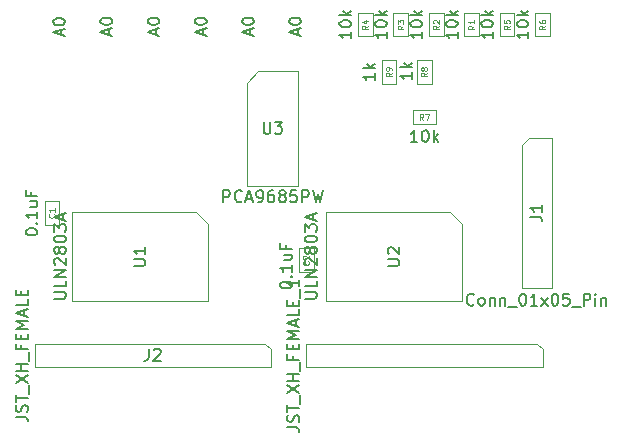
<source format=gbr>
%TF.GenerationSoftware,KiCad,Pcbnew,8.0.4*%
%TF.CreationDate,2024-10-01T16:46:40-05:00*%
%TF.ProjectId,Haptics PWM module,48617074-6963-4732-9050-574d206d6f64,rev?*%
%TF.SameCoordinates,Original*%
%TF.FileFunction,AssemblyDrawing,Bot*%
%FSLAX46Y46*%
G04 Gerber Fmt 4.6, Leading zero omitted, Abs format (unit mm)*
G04 Created by KiCad (PCBNEW 8.0.4) date 2024-10-01 16:46:40*
%MOMM*%
%LPD*%
G01*
G04 APERTURE LIST*
%ADD10C,0.150000*%
%ADD11C,0.080000*%
%ADD12C,0.100000*%
G04 APERTURE END LIST*
D10*
X83154819Y-140197618D02*
X83964342Y-140197618D01*
X83964342Y-140197618D02*
X84059580Y-140149999D01*
X84059580Y-140149999D02*
X84107200Y-140102380D01*
X84107200Y-140102380D02*
X84154819Y-140007142D01*
X84154819Y-140007142D02*
X84154819Y-139816666D01*
X84154819Y-139816666D02*
X84107200Y-139721428D01*
X84107200Y-139721428D02*
X84059580Y-139673809D01*
X84059580Y-139673809D02*
X83964342Y-139626190D01*
X83964342Y-139626190D02*
X83154819Y-139626190D01*
X84154819Y-138673809D02*
X84154819Y-139149999D01*
X84154819Y-139149999D02*
X83154819Y-139149999D01*
X84154819Y-138340475D02*
X83154819Y-138340475D01*
X83154819Y-138340475D02*
X84154819Y-137769047D01*
X84154819Y-137769047D02*
X83154819Y-137769047D01*
X83250057Y-137340475D02*
X83202438Y-137292856D01*
X83202438Y-137292856D02*
X83154819Y-137197618D01*
X83154819Y-137197618D02*
X83154819Y-136959523D01*
X83154819Y-136959523D02*
X83202438Y-136864285D01*
X83202438Y-136864285D02*
X83250057Y-136816666D01*
X83250057Y-136816666D02*
X83345295Y-136769047D01*
X83345295Y-136769047D02*
X83440533Y-136769047D01*
X83440533Y-136769047D02*
X83583390Y-136816666D01*
X83583390Y-136816666D02*
X84154819Y-137388094D01*
X84154819Y-137388094D02*
X84154819Y-136769047D01*
X83583390Y-136197618D02*
X83535771Y-136292856D01*
X83535771Y-136292856D02*
X83488152Y-136340475D01*
X83488152Y-136340475D02*
X83392914Y-136388094D01*
X83392914Y-136388094D02*
X83345295Y-136388094D01*
X83345295Y-136388094D02*
X83250057Y-136340475D01*
X83250057Y-136340475D02*
X83202438Y-136292856D01*
X83202438Y-136292856D02*
X83154819Y-136197618D01*
X83154819Y-136197618D02*
X83154819Y-136007142D01*
X83154819Y-136007142D02*
X83202438Y-135911904D01*
X83202438Y-135911904D02*
X83250057Y-135864285D01*
X83250057Y-135864285D02*
X83345295Y-135816666D01*
X83345295Y-135816666D02*
X83392914Y-135816666D01*
X83392914Y-135816666D02*
X83488152Y-135864285D01*
X83488152Y-135864285D02*
X83535771Y-135911904D01*
X83535771Y-135911904D02*
X83583390Y-136007142D01*
X83583390Y-136007142D02*
X83583390Y-136197618D01*
X83583390Y-136197618D02*
X83631009Y-136292856D01*
X83631009Y-136292856D02*
X83678628Y-136340475D01*
X83678628Y-136340475D02*
X83773866Y-136388094D01*
X83773866Y-136388094D02*
X83964342Y-136388094D01*
X83964342Y-136388094D02*
X84059580Y-136340475D01*
X84059580Y-136340475D02*
X84107200Y-136292856D01*
X84107200Y-136292856D02*
X84154819Y-136197618D01*
X84154819Y-136197618D02*
X84154819Y-136007142D01*
X84154819Y-136007142D02*
X84107200Y-135911904D01*
X84107200Y-135911904D02*
X84059580Y-135864285D01*
X84059580Y-135864285D02*
X83964342Y-135816666D01*
X83964342Y-135816666D02*
X83773866Y-135816666D01*
X83773866Y-135816666D02*
X83678628Y-135864285D01*
X83678628Y-135864285D02*
X83631009Y-135911904D01*
X83631009Y-135911904D02*
X83583390Y-136007142D01*
X83154819Y-135197618D02*
X83154819Y-135102380D01*
X83154819Y-135102380D02*
X83202438Y-135007142D01*
X83202438Y-135007142D02*
X83250057Y-134959523D01*
X83250057Y-134959523D02*
X83345295Y-134911904D01*
X83345295Y-134911904D02*
X83535771Y-134864285D01*
X83535771Y-134864285D02*
X83773866Y-134864285D01*
X83773866Y-134864285D02*
X83964342Y-134911904D01*
X83964342Y-134911904D02*
X84059580Y-134959523D01*
X84059580Y-134959523D02*
X84107200Y-135007142D01*
X84107200Y-135007142D02*
X84154819Y-135102380D01*
X84154819Y-135102380D02*
X84154819Y-135197618D01*
X84154819Y-135197618D02*
X84107200Y-135292856D01*
X84107200Y-135292856D02*
X84059580Y-135340475D01*
X84059580Y-135340475D02*
X83964342Y-135388094D01*
X83964342Y-135388094D02*
X83773866Y-135435713D01*
X83773866Y-135435713D02*
X83535771Y-135435713D01*
X83535771Y-135435713D02*
X83345295Y-135388094D01*
X83345295Y-135388094D02*
X83250057Y-135340475D01*
X83250057Y-135340475D02*
X83202438Y-135292856D01*
X83202438Y-135292856D02*
X83154819Y-135197618D01*
X83154819Y-134530951D02*
X83154819Y-133911904D01*
X83154819Y-133911904D02*
X83535771Y-134245237D01*
X83535771Y-134245237D02*
X83535771Y-134102380D01*
X83535771Y-134102380D02*
X83583390Y-134007142D01*
X83583390Y-134007142D02*
X83631009Y-133959523D01*
X83631009Y-133959523D02*
X83726247Y-133911904D01*
X83726247Y-133911904D02*
X83964342Y-133911904D01*
X83964342Y-133911904D02*
X84059580Y-133959523D01*
X84059580Y-133959523D02*
X84107200Y-134007142D01*
X84107200Y-134007142D02*
X84154819Y-134102380D01*
X84154819Y-134102380D02*
X84154819Y-134388094D01*
X84154819Y-134388094D02*
X84107200Y-134483332D01*
X84107200Y-134483332D02*
X84059580Y-134530951D01*
X83869104Y-133530951D02*
X83869104Y-133054761D01*
X84154819Y-133626189D02*
X83154819Y-133292856D01*
X83154819Y-133292856D02*
X84154819Y-132959523D01*
X89874819Y-137411904D02*
X90684342Y-137411904D01*
X90684342Y-137411904D02*
X90779580Y-137364285D01*
X90779580Y-137364285D02*
X90827200Y-137316666D01*
X90827200Y-137316666D02*
X90874819Y-137221428D01*
X90874819Y-137221428D02*
X90874819Y-137030952D01*
X90874819Y-137030952D02*
X90827200Y-136935714D01*
X90827200Y-136935714D02*
X90779580Y-136888095D01*
X90779580Y-136888095D02*
X90684342Y-136840476D01*
X90684342Y-136840476D02*
X89874819Y-136840476D01*
X90874819Y-135840476D02*
X90874819Y-136411904D01*
X90874819Y-136126190D02*
X89874819Y-136126190D01*
X89874819Y-136126190D02*
X90017676Y-136221428D01*
X90017676Y-136221428D02*
X90112914Y-136316666D01*
X90112914Y-136316666D02*
X90160533Y-136411904D01*
X110304819Y-121119047D02*
X110304819Y-121690475D01*
X110304819Y-121404761D02*
X109304819Y-121404761D01*
X109304819Y-121404761D02*
X109447676Y-121499999D01*
X109447676Y-121499999D02*
X109542914Y-121595237D01*
X109542914Y-121595237D02*
X109590533Y-121690475D01*
X110304819Y-120690475D02*
X109304819Y-120690475D01*
X109923866Y-120595237D02*
X110304819Y-120309523D01*
X109638152Y-120309523D02*
X110019104Y-120690475D01*
D11*
X111727149Y-121083333D02*
X111489054Y-121249999D01*
X111727149Y-121369047D02*
X111227149Y-121369047D01*
X111227149Y-121369047D02*
X111227149Y-121178571D01*
X111227149Y-121178571D02*
X111250959Y-121130952D01*
X111250959Y-121130952D02*
X111274768Y-121107142D01*
X111274768Y-121107142D02*
X111322387Y-121083333D01*
X111322387Y-121083333D02*
X111393816Y-121083333D01*
X111393816Y-121083333D02*
X111441435Y-121107142D01*
X111441435Y-121107142D02*
X111465244Y-121130952D01*
X111465244Y-121130952D02*
X111489054Y-121178571D01*
X111489054Y-121178571D02*
X111489054Y-121369047D01*
X111727149Y-120845237D02*
X111727149Y-120749999D01*
X111727149Y-120749999D02*
X111703340Y-120702380D01*
X111703340Y-120702380D02*
X111679530Y-120678571D01*
X111679530Y-120678571D02*
X111608101Y-120630952D01*
X111608101Y-120630952D02*
X111512863Y-120607142D01*
X111512863Y-120607142D02*
X111322387Y-120607142D01*
X111322387Y-120607142D02*
X111274768Y-120630952D01*
X111274768Y-120630952D02*
X111250959Y-120654761D01*
X111250959Y-120654761D02*
X111227149Y-120702380D01*
X111227149Y-120702380D02*
X111227149Y-120797618D01*
X111227149Y-120797618D02*
X111250959Y-120845237D01*
X111250959Y-120845237D02*
X111274768Y-120869047D01*
X111274768Y-120869047D02*
X111322387Y-120892856D01*
X111322387Y-120892856D02*
X111441435Y-120892856D01*
X111441435Y-120892856D02*
X111489054Y-120869047D01*
X111489054Y-120869047D02*
X111512863Y-120845237D01*
X111512863Y-120845237D02*
X111536673Y-120797618D01*
X111536673Y-120797618D02*
X111536673Y-120702380D01*
X111536673Y-120702380D02*
X111512863Y-120654761D01*
X111512863Y-120654761D02*
X111489054Y-120630952D01*
X111489054Y-120630952D02*
X111441435Y-120607142D01*
D10*
X102894819Y-151071429D02*
X103609104Y-151071429D01*
X103609104Y-151071429D02*
X103751961Y-151119048D01*
X103751961Y-151119048D02*
X103847200Y-151214286D01*
X103847200Y-151214286D02*
X103894819Y-151357143D01*
X103894819Y-151357143D02*
X103894819Y-151452381D01*
X103847200Y-150642857D02*
X103894819Y-150500000D01*
X103894819Y-150500000D02*
X103894819Y-150261905D01*
X103894819Y-150261905D02*
X103847200Y-150166667D01*
X103847200Y-150166667D02*
X103799580Y-150119048D01*
X103799580Y-150119048D02*
X103704342Y-150071429D01*
X103704342Y-150071429D02*
X103609104Y-150071429D01*
X103609104Y-150071429D02*
X103513866Y-150119048D01*
X103513866Y-150119048D02*
X103466247Y-150166667D01*
X103466247Y-150166667D02*
X103418628Y-150261905D01*
X103418628Y-150261905D02*
X103371009Y-150452381D01*
X103371009Y-150452381D02*
X103323390Y-150547619D01*
X103323390Y-150547619D02*
X103275771Y-150595238D01*
X103275771Y-150595238D02*
X103180533Y-150642857D01*
X103180533Y-150642857D02*
X103085295Y-150642857D01*
X103085295Y-150642857D02*
X102990057Y-150595238D01*
X102990057Y-150595238D02*
X102942438Y-150547619D01*
X102942438Y-150547619D02*
X102894819Y-150452381D01*
X102894819Y-150452381D02*
X102894819Y-150214286D01*
X102894819Y-150214286D02*
X102942438Y-150071429D01*
X102894819Y-149785714D02*
X102894819Y-149214286D01*
X103894819Y-149500000D02*
X102894819Y-149500000D01*
X103990057Y-149119048D02*
X103990057Y-148357143D01*
X102894819Y-148214285D02*
X103894819Y-147547619D01*
X102894819Y-147547619D02*
X103894819Y-148214285D01*
X103894819Y-147166666D02*
X102894819Y-147166666D01*
X103371009Y-147166666D02*
X103371009Y-146595238D01*
X103894819Y-146595238D02*
X102894819Y-146595238D01*
X103990057Y-146357143D02*
X103990057Y-145595238D01*
X103371009Y-145023809D02*
X103371009Y-145357142D01*
X103894819Y-145357142D02*
X102894819Y-145357142D01*
X102894819Y-145357142D02*
X102894819Y-144880952D01*
X103371009Y-144499999D02*
X103371009Y-144166666D01*
X103894819Y-144023809D02*
X103894819Y-144499999D01*
X103894819Y-144499999D02*
X102894819Y-144499999D01*
X102894819Y-144499999D02*
X102894819Y-144023809D01*
X103894819Y-143595237D02*
X102894819Y-143595237D01*
X102894819Y-143595237D02*
X103609104Y-143261904D01*
X103609104Y-143261904D02*
X102894819Y-142928571D01*
X102894819Y-142928571D02*
X103894819Y-142928571D01*
X103609104Y-142499999D02*
X103609104Y-142023809D01*
X103894819Y-142595237D02*
X102894819Y-142261904D01*
X102894819Y-142261904D02*
X103894819Y-141928571D01*
X103894819Y-141119047D02*
X103894819Y-141595237D01*
X103894819Y-141595237D02*
X102894819Y-141595237D01*
X103371009Y-140785713D02*
X103371009Y-140452380D01*
X103894819Y-140309523D02*
X103894819Y-140785713D01*
X103894819Y-140785713D02*
X102894819Y-140785713D01*
X102894819Y-140785713D02*
X102894819Y-140309523D01*
X103990057Y-140119047D02*
X103990057Y-139357142D01*
X103894819Y-138595237D02*
X103894819Y-139166665D01*
X103894819Y-138880951D02*
X102894819Y-138880951D01*
X102894819Y-138880951D02*
X103037676Y-138976189D01*
X103037676Y-138976189D02*
X103132914Y-139071427D01*
X103132914Y-139071427D02*
X103180533Y-139166665D01*
X120304819Y-117595238D02*
X120304819Y-118166666D01*
X120304819Y-117880952D02*
X119304819Y-117880952D01*
X119304819Y-117880952D02*
X119447676Y-117976190D01*
X119447676Y-117976190D02*
X119542914Y-118071428D01*
X119542914Y-118071428D02*
X119590533Y-118166666D01*
X119304819Y-116976190D02*
X119304819Y-116880952D01*
X119304819Y-116880952D02*
X119352438Y-116785714D01*
X119352438Y-116785714D02*
X119400057Y-116738095D01*
X119400057Y-116738095D02*
X119495295Y-116690476D01*
X119495295Y-116690476D02*
X119685771Y-116642857D01*
X119685771Y-116642857D02*
X119923866Y-116642857D01*
X119923866Y-116642857D02*
X120114342Y-116690476D01*
X120114342Y-116690476D02*
X120209580Y-116738095D01*
X120209580Y-116738095D02*
X120257200Y-116785714D01*
X120257200Y-116785714D02*
X120304819Y-116880952D01*
X120304819Y-116880952D02*
X120304819Y-116976190D01*
X120304819Y-116976190D02*
X120257200Y-117071428D01*
X120257200Y-117071428D02*
X120209580Y-117119047D01*
X120209580Y-117119047D02*
X120114342Y-117166666D01*
X120114342Y-117166666D02*
X119923866Y-117214285D01*
X119923866Y-117214285D02*
X119685771Y-117214285D01*
X119685771Y-117214285D02*
X119495295Y-117166666D01*
X119495295Y-117166666D02*
X119400057Y-117119047D01*
X119400057Y-117119047D02*
X119352438Y-117071428D01*
X119352438Y-117071428D02*
X119304819Y-116976190D01*
X120304819Y-116214285D02*
X119304819Y-116214285D01*
X119923866Y-116119047D02*
X120304819Y-115833333D01*
X119638152Y-115833333D02*
X120019104Y-116214285D01*
D11*
X121727149Y-117083333D02*
X121489054Y-117249999D01*
X121727149Y-117369047D02*
X121227149Y-117369047D01*
X121227149Y-117369047D02*
X121227149Y-117178571D01*
X121227149Y-117178571D02*
X121250959Y-117130952D01*
X121250959Y-117130952D02*
X121274768Y-117107142D01*
X121274768Y-117107142D02*
X121322387Y-117083333D01*
X121322387Y-117083333D02*
X121393816Y-117083333D01*
X121393816Y-117083333D02*
X121441435Y-117107142D01*
X121441435Y-117107142D02*
X121465244Y-117130952D01*
X121465244Y-117130952D02*
X121489054Y-117178571D01*
X121489054Y-117178571D02*
X121489054Y-117369047D01*
X121227149Y-116630952D02*
X121227149Y-116869047D01*
X121227149Y-116869047D02*
X121465244Y-116892856D01*
X121465244Y-116892856D02*
X121441435Y-116869047D01*
X121441435Y-116869047D02*
X121417625Y-116821428D01*
X121417625Y-116821428D02*
X121417625Y-116702380D01*
X121417625Y-116702380D02*
X121441435Y-116654761D01*
X121441435Y-116654761D02*
X121465244Y-116630952D01*
X121465244Y-116630952D02*
X121512863Y-116607142D01*
X121512863Y-116607142D02*
X121631911Y-116607142D01*
X121631911Y-116607142D02*
X121679530Y-116630952D01*
X121679530Y-116630952D02*
X121703340Y-116654761D01*
X121703340Y-116654761D02*
X121727149Y-116702380D01*
X121727149Y-116702380D02*
X121727149Y-116821428D01*
X121727149Y-116821428D02*
X121703340Y-116869047D01*
X121703340Y-116869047D02*
X121679530Y-116892856D01*
D10*
X95769104Y-117851785D02*
X95769104Y-117375595D01*
X96054819Y-117947023D02*
X95054819Y-117613690D01*
X95054819Y-117613690D02*
X96054819Y-117280357D01*
X95054819Y-116756547D02*
X95054819Y-116661309D01*
X95054819Y-116661309D02*
X95102438Y-116566071D01*
X95102438Y-116566071D02*
X95150057Y-116518452D01*
X95150057Y-116518452D02*
X95245295Y-116470833D01*
X95245295Y-116470833D02*
X95435771Y-116423214D01*
X95435771Y-116423214D02*
X95673866Y-116423214D01*
X95673866Y-116423214D02*
X95864342Y-116470833D01*
X95864342Y-116470833D02*
X95959580Y-116518452D01*
X95959580Y-116518452D02*
X96007200Y-116566071D01*
X96007200Y-116566071D02*
X96054819Y-116661309D01*
X96054819Y-116661309D02*
X96054819Y-116756547D01*
X96054819Y-116756547D02*
X96007200Y-116851785D01*
X96007200Y-116851785D02*
X95959580Y-116899404D01*
X95959580Y-116899404D02*
X95864342Y-116947023D01*
X95864342Y-116947023D02*
X95673866Y-116994642D01*
X95673866Y-116994642D02*
X95435771Y-116994642D01*
X95435771Y-116994642D02*
X95245295Y-116947023D01*
X95245295Y-116947023D02*
X95150057Y-116899404D01*
X95150057Y-116899404D02*
X95102438Y-116851785D01*
X95102438Y-116851785D02*
X95054819Y-116756547D01*
X103769104Y-117851785D02*
X103769104Y-117375595D01*
X104054819Y-117947023D02*
X103054819Y-117613690D01*
X103054819Y-117613690D02*
X104054819Y-117280357D01*
X103054819Y-116756547D02*
X103054819Y-116661309D01*
X103054819Y-116661309D02*
X103102438Y-116566071D01*
X103102438Y-116566071D02*
X103150057Y-116518452D01*
X103150057Y-116518452D02*
X103245295Y-116470833D01*
X103245295Y-116470833D02*
X103435771Y-116423214D01*
X103435771Y-116423214D02*
X103673866Y-116423214D01*
X103673866Y-116423214D02*
X103864342Y-116470833D01*
X103864342Y-116470833D02*
X103959580Y-116518452D01*
X103959580Y-116518452D02*
X104007200Y-116566071D01*
X104007200Y-116566071D02*
X104054819Y-116661309D01*
X104054819Y-116661309D02*
X104054819Y-116756547D01*
X104054819Y-116756547D02*
X104007200Y-116851785D01*
X104007200Y-116851785D02*
X103959580Y-116899404D01*
X103959580Y-116899404D02*
X103864342Y-116947023D01*
X103864342Y-116947023D02*
X103673866Y-116994642D01*
X103673866Y-116994642D02*
X103435771Y-116994642D01*
X103435771Y-116994642D02*
X103245295Y-116947023D01*
X103245295Y-116947023D02*
X103150057Y-116899404D01*
X103150057Y-116899404D02*
X103102438Y-116851785D01*
X103102438Y-116851785D02*
X103054819Y-116756547D01*
X108304819Y-117595238D02*
X108304819Y-118166666D01*
X108304819Y-117880952D02*
X107304819Y-117880952D01*
X107304819Y-117880952D02*
X107447676Y-117976190D01*
X107447676Y-117976190D02*
X107542914Y-118071428D01*
X107542914Y-118071428D02*
X107590533Y-118166666D01*
X107304819Y-116976190D02*
X107304819Y-116880952D01*
X107304819Y-116880952D02*
X107352438Y-116785714D01*
X107352438Y-116785714D02*
X107400057Y-116738095D01*
X107400057Y-116738095D02*
X107495295Y-116690476D01*
X107495295Y-116690476D02*
X107685771Y-116642857D01*
X107685771Y-116642857D02*
X107923866Y-116642857D01*
X107923866Y-116642857D02*
X108114342Y-116690476D01*
X108114342Y-116690476D02*
X108209580Y-116738095D01*
X108209580Y-116738095D02*
X108257200Y-116785714D01*
X108257200Y-116785714D02*
X108304819Y-116880952D01*
X108304819Y-116880952D02*
X108304819Y-116976190D01*
X108304819Y-116976190D02*
X108257200Y-117071428D01*
X108257200Y-117071428D02*
X108209580Y-117119047D01*
X108209580Y-117119047D02*
X108114342Y-117166666D01*
X108114342Y-117166666D02*
X107923866Y-117214285D01*
X107923866Y-117214285D02*
X107685771Y-117214285D01*
X107685771Y-117214285D02*
X107495295Y-117166666D01*
X107495295Y-117166666D02*
X107400057Y-117119047D01*
X107400057Y-117119047D02*
X107352438Y-117071428D01*
X107352438Y-117071428D02*
X107304819Y-116976190D01*
X108304819Y-116214285D02*
X107304819Y-116214285D01*
X107923866Y-116119047D02*
X108304819Y-115833333D01*
X107638152Y-115833333D02*
X108019104Y-116214285D01*
D11*
X109727149Y-117083333D02*
X109489054Y-117249999D01*
X109727149Y-117369047D02*
X109227149Y-117369047D01*
X109227149Y-117369047D02*
X109227149Y-117178571D01*
X109227149Y-117178571D02*
X109250959Y-117130952D01*
X109250959Y-117130952D02*
X109274768Y-117107142D01*
X109274768Y-117107142D02*
X109322387Y-117083333D01*
X109322387Y-117083333D02*
X109393816Y-117083333D01*
X109393816Y-117083333D02*
X109441435Y-117107142D01*
X109441435Y-117107142D02*
X109465244Y-117130952D01*
X109465244Y-117130952D02*
X109489054Y-117178571D01*
X109489054Y-117178571D02*
X109489054Y-117369047D01*
X109393816Y-116654761D02*
X109727149Y-116654761D01*
X109203340Y-116773809D02*
X109560482Y-116892856D01*
X109560482Y-116892856D02*
X109560482Y-116583333D01*
D10*
X113903076Y-126934928D02*
X113331648Y-126934928D01*
X113617362Y-126934928D02*
X113617362Y-125934928D01*
X113617362Y-125934928D02*
X113522124Y-126077785D01*
X113522124Y-126077785D02*
X113426886Y-126173023D01*
X113426886Y-126173023D02*
X113331648Y-126220642D01*
X114522124Y-125934928D02*
X114617362Y-125934928D01*
X114617362Y-125934928D02*
X114712600Y-125982547D01*
X114712600Y-125982547D02*
X114760219Y-126030166D01*
X114760219Y-126030166D02*
X114807838Y-126125404D01*
X114807838Y-126125404D02*
X114855457Y-126315880D01*
X114855457Y-126315880D02*
X114855457Y-126553975D01*
X114855457Y-126553975D02*
X114807838Y-126744451D01*
X114807838Y-126744451D02*
X114760219Y-126839689D01*
X114760219Y-126839689D02*
X114712600Y-126887309D01*
X114712600Y-126887309D02*
X114617362Y-126934928D01*
X114617362Y-126934928D02*
X114522124Y-126934928D01*
X114522124Y-126934928D02*
X114426886Y-126887309D01*
X114426886Y-126887309D02*
X114379267Y-126839689D01*
X114379267Y-126839689D02*
X114331648Y-126744451D01*
X114331648Y-126744451D02*
X114284029Y-126553975D01*
X114284029Y-126553975D02*
X114284029Y-126315880D01*
X114284029Y-126315880D02*
X114331648Y-126125404D01*
X114331648Y-126125404D02*
X114379267Y-126030166D01*
X114379267Y-126030166D02*
X114426886Y-125982547D01*
X114426886Y-125982547D02*
X114522124Y-125934928D01*
X115284029Y-126934928D02*
X115284029Y-125934928D01*
X115379267Y-126553975D02*
X115664981Y-126934928D01*
X115664981Y-126268261D02*
X115284029Y-126649213D01*
D11*
X114414981Y-125057258D02*
X114248315Y-124819163D01*
X114129267Y-125057258D02*
X114129267Y-124557258D01*
X114129267Y-124557258D02*
X114319743Y-124557258D01*
X114319743Y-124557258D02*
X114367362Y-124581068D01*
X114367362Y-124581068D02*
X114391172Y-124604877D01*
X114391172Y-124604877D02*
X114414981Y-124652496D01*
X114414981Y-124652496D02*
X114414981Y-124723925D01*
X114414981Y-124723925D02*
X114391172Y-124771544D01*
X114391172Y-124771544D02*
X114367362Y-124795353D01*
X114367362Y-124795353D02*
X114319743Y-124819163D01*
X114319743Y-124819163D02*
X114129267Y-124819163D01*
X114581648Y-124557258D02*
X114914981Y-124557258D01*
X114914981Y-124557258D02*
X114700696Y-125057258D01*
D10*
X123304819Y-117595238D02*
X123304819Y-118166666D01*
X123304819Y-117880952D02*
X122304819Y-117880952D01*
X122304819Y-117880952D02*
X122447676Y-117976190D01*
X122447676Y-117976190D02*
X122542914Y-118071428D01*
X122542914Y-118071428D02*
X122590533Y-118166666D01*
X122304819Y-116976190D02*
X122304819Y-116880952D01*
X122304819Y-116880952D02*
X122352438Y-116785714D01*
X122352438Y-116785714D02*
X122400057Y-116738095D01*
X122400057Y-116738095D02*
X122495295Y-116690476D01*
X122495295Y-116690476D02*
X122685771Y-116642857D01*
X122685771Y-116642857D02*
X122923866Y-116642857D01*
X122923866Y-116642857D02*
X123114342Y-116690476D01*
X123114342Y-116690476D02*
X123209580Y-116738095D01*
X123209580Y-116738095D02*
X123257200Y-116785714D01*
X123257200Y-116785714D02*
X123304819Y-116880952D01*
X123304819Y-116880952D02*
X123304819Y-116976190D01*
X123304819Y-116976190D02*
X123257200Y-117071428D01*
X123257200Y-117071428D02*
X123209580Y-117119047D01*
X123209580Y-117119047D02*
X123114342Y-117166666D01*
X123114342Y-117166666D02*
X122923866Y-117214285D01*
X122923866Y-117214285D02*
X122685771Y-117214285D01*
X122685771Y-117214285D02*
X122495295Y-117166666D01*
X122495295Y-117166666D02*
X122400057Y-117119047D01*
X122400057Y-117119047D02*
X122352438Y-117071428D01*
X122352438Y-117071428D02*
X122304819Y-116976190D01*
X123304819Y-116214285D02*
X122304819Y-116214285D01*
X122923866Y-116119047D02*
X123304819Y-115833333D01*
X122638152Y-115833333D02*
X123019104Y-116214285D01*
D11*
X124727149Y-117083333D02*
X124489054Y-117249999D01*
X124727149Y-117369047D02*
X124227149Y-117369047D01*
X124227149Y-117369047D02*
X124227149Y-117178571D01*
X124227149Y-117178571D02*
X124250959Y-117130952D01*
X124250959Y-117130952D02*
X124274768Y-117107142D01*
X124274768Y-117107142D02*
X124322387Y-117083333D01*
X124322387Y-117083333D02*
X124393816Y-117083333D01*
X124393816Y-117083333D02*
X124441435Y-117107142D01*
X124441435Y-117107142D02*
X124465244Y-117130952D01*
X124465244Y-117130952D02*
X124489054Y-117178571D01*
X124489054Y-117178571D02*
X124489054Y-117369047D01*
X124227149Y-116654761D02*
X124227149Y-116749999D01*
X124227149Y-116749999D02*
X124250959Y-116797618D01*
X124250959Y-116797618D02*
X124274768Y-116821428D01*
X124274768Y-116821428D02*
X124346197Y-116869047D01*
X124346197Y-116869047D02*
X124441435Y-116892856D01*
X124441435Y-116892856D02*
X124631911Y-116892856D01*
X124631911Y-116892856D02*
X124679530Y-116869047D01*
X124679530Y-116869047D02*
X124703340Y-116845237D01*
X124703340Y-116845237D02*
X124727149Y-116797618D01*
X124727149Y-116797618D02*
X124727149Y-116702380D01*
X124727149Y-116702380D02*
X124703340Y-116654761D01*
X124703340Y-116654761D02*
X124679530Y-116630952D01*
X124679530Y-116630952D02*
X124631911Y-116607142D01*
X124631911Y-116607142D02*
X124512863Y-116607142D01*
X124512863Y-116607142D02*
X124465244Y-116630952D01*
X124465244Y-116630952D02*
X124441435Y-116654761D01*
X124441435Y-116654761D02*
X124417625Y-116702380D01*
X124417625Y-116702380D02*
X124417625Y-116797618D01*
X124417625Y-116797618D02*
X124441435Y-116845237D01*
X124441435Y-116845237D02*
X124465244Y-116869047D01*
X124465244Y-116869047D02*
X124512863Y-116892856D01*
D10*
X83769104Y-117901785D02*
X83769104Y-117425595D01*
X84054819Y-117997023D02*
X83054819Y-117663690D01*
X83054819Y-117663690D02*
X84054819Y-117330357D01*
X83054819Y-116806547D02*
X83054819Y-116711309D01*
X83054819Y-116711309D02*
X83102438Y-116616071D01*
X83102438Y-116616071D02*
X83150057Y-116568452D01*
X83150057Y-116568452D02*
X83245295Y-116520833D01*
X83245295Y-116520833D02*
X83435771Y-116473214D01*
X83435771Y-116473214D02*
X83673866Y-116473214D01*
X83673866Y-116473214D02*
X83864342Y-116520833D01*
X83864342Y-116520833D02*
X83959580Y-116568452D01*
X83959580Y-116568452D02*
X84007200Y-116616071D01*
X84007200Y-116616071D02*
X84054819Y-116711309D01*
X84054819Y-116711309D02*
X84054819Y-116806547D01*
X84054819Y-116806547D02*
X84007200Y-116901785D01*
X84007200Y-116901785D02*
X83959580Y-116949404D01*
X83959580Y-116949404D02*
X83864342Y-116997023D01*
X83864342Y-116997023D02*
X83673866Y-117044642D01*
X83673866Y-117044642D02*
X83435771Y-117044642D01*
X83435771Y-117044642D02*
X83245295Y-116997023D01*
X83245295Y-116997023D02*
X83150057Y-116949404D01*
X83150057Y-116949404D02*
X83102438Y-116901785D01*
X83102438Y-116901785D02*
X83054819Y-116806547D01*
X79894819Y-150214286D02*
X80609104Y-150214286D01*
X80609104Y-150214286D02*
X80751961Y-150261905D01*
X80751961Y-150261905D02*
X80847200Y-150357143D01*
X80847200Y-150357143D02*
X80894819Y-150500000D01*
X80894819Y-150500000D02*
X80894819Y-150595238D01*
X80847200Y-149785714D02*
X80894819Y-149642857D01*
X80894819Y-149642857D02*
X80894819Y-149404762D01*
X80894819Y-149404762D02*
X80847200Y-149309524D01*
X80847200Y-149309524D02*
X80799580Y-149261905D01*
X80799580Y-149261905D02*
X80704342Y-149214286D01*
X80704342Y-149214286D02*
X80609104Y-149214286D01*
X80609104Y-149214286D02*
X80513866Y-149261905D01*
X80513866Y-149261905D02*
X80466247Y-149309524D01*
X80466247Y-149309524D02*
X80418628Y-149404762D01*
X80418628Y-149404762D02*
X80371009Y-149595238D01*
X80371009Y-149595238D02*
X80323390Y-149690476D01*
X80323390Y-149690476D02*
X80275771Y-149738095D01*
X80275771Y-149738095D02*
X80180533Y-149785714D01*
X80180533Y-149785714D02*
X80085295Y-149785714D01*
X80085295Y-149785714D02*
X79990057Y-149738095D01*
X79990057Y-149738095D02*
X79942438Y-149690476D01*
X79942438Y-149690476D02*
X79894819Y-149595238D01*
X79894819Y-149595238D02*
X79894819Y-149357143D01*
X79894819Y-149357143D02*
X79942438Y-149214286D01*
X79894819Y-148928571D02*
X79894819Y-148357143D01*
X80894819Y-148642857D02*
X79894819Y-148642857D01*
X80990057Y-148261905D02*
X80990057Y-147500000D01*
X79894819Y-147357142D02*
X80894819Y-146690476D01*
X79894819Y-146690476D02*
X80894819Y-147357142D01*
X80894819Y-146309523D02*
X79894819Y-146309523D01*
X80371009Y-146309523D02*
X80371009Y-145738095D01*
X80894819Y-145738095D02*
X79894819Y-145738095D01*
X80990057Y-145500000D02*
X80990057Y-144738095D01*
X80371009Y-144166666D02*
X80371009Y-144499999D01*
X80894819Y-144499999D02*
X79894819Y-144499999D01*
X79894819Y-144499999D02*
X79894819Y-144023809D01*
X80371009Y-143642856D02*
X80371009Y-143309523D01*
X80894819Y-143166666D02*
X80894819Y-143642856D01*
X80894819Y-143642856D02*
X79894819Y-143642856D01*
X79894819Y-143642856D02*
X79894819Y-143166666D01*
X80894819Y-142738094D02*
X79894819Y-142738094D01*
X79894819Y-142738094D02*
X80609104Y-142404761D01*
X80609104Y-142404761D02*
X79894819Y-142071428D01*
X79894819Y-142071428D02*
X80894819Y-142071428D01*
X80609104Y-141642856D02*
X80609104Y-141166666D01*
X80894819Y-141738094D02*
X79894819Y-141404761D01*
X79894819Y-141404761D02*
X80894819Y-141071428D01*
X80894819Y-140261904D02*
X80894819Y-140738094D01*
X80894819Y-140738094D02*
X79894819Y-140738094D01*
X80371009Y-139928570D02*
X80371009Y-139595237D01*
X80894819Y-139452380D02*
X80894819Y-139928570D01*
X80894819Y-139928570D02*
X79894819Y-139928570D01*
X79894819Y-139928570D02*
X79894819Y-139452380D01*
X91166666Y-144454819D02*
X91166666Y-145169104D01*
X91166666Y-145169104D02*
X91119047Y-145311961D01*
X91119047Y-145311961D02*
X91023809Y-145407200D01*
X91023809Y-145407200D02*
X90880952Y-145454819D01*
X90880952Y-145454819D02*
X90785714Y-145454819D01*
X91595238Y-144550057D02*
X91642857Y-144502438D01*
X91642857Y-144502438D02*
X91738095Y-144454819D01*
X91738095Y-144454819D02*
X91976190Y-144454819D01*
X91976190Y-144454819D02*
X92071428Y-144502438D01*
X92071428Y-144502438D02*
X92119047Y-144550057D01*
X92119047Y-144550057D02*
X92166666Y-144645295D01*
X92166666Y-144645295D02*
X92166666Y-144740533D01*
X92166666Y-144740533D02*
X92119047Y-144883390D01*
X92119047Y-144883390D02*
X91547619Y-145454819D01*
X91547619Y-145454819D02*
X92166666Y-145454819D01*
X114304819Y-117595238D02*
X114304819Y-118166666D01*
X114304819Y-117880952D02*
X113304819Y-117880952D01*
X113304819Y-117880952D02*
X113447676Y-117976190D01*
X113447676Y-117976190D02*
X113542914Y-118071428D01*
X113542914Y-118071428D02*
X113590533Y-118166666D01*
X113304819Y-116976190D02*
X113304819Y-116880952D01*
X113304819Y-116880952D02*
X113352438Y-116785714D01*
X113352438Y-116785714D02*
X113400057Y-116738095D01*
X113400057Y-116738095D02*
X113495295Y-116690476D01*
X113495295Y-116690476D02*
X113685771Y-116642857D01*
X113685771Y-116642857D02*
X113923866Y-116642857D01*
X113923866Y-116642857D02*
X114114342Y-116690476D01*
X114114342Y-116690476D02*
X114209580Y-116738095D01*
X114209580Y-116738095D02*
X114257200Y-116785714D01*
X114257200Y-116785714D02*
X114304819Y-116880952D01*
X114304819Y-116880952D02*
X114304819Y-116976190D01*
X114304819Y-116976190D02*
X114257200Y-117071428D01*
X114257200Y-117071428D02*
X114209580Y-117119047D01*
X114209580Y-117119047D02*
X114114342Y-117166666D01*
X114114342Y-117166666D02*
X113923866Y-117214285D01*
X113923866Y-117214285D02*
X113685771Y-117214285D01*
X113685771Y-117214285D02*
X113495295Y-117166666D01*
X113495295Y-117166666D02*
X113400057Y-117119047D01*
X113400057Y-117119047D02*
X113352438Y-117071428D01*
X113352438Y-117071428D02*
X113304819Y-116976190D01*
X114304819Y-116214285D02*
X113304819Y-116214285D01*
X113923866Y-116119047D02*
X114304819Y-115833333D01*
X113638152Y-115833333D02*
X114019104Y-116214285D01*
D11*
X115727149Y-117083333D02*
X115489054Y-117249999D01*
X115727149Y-117369047D02*
X115227149Y-117369047D01*
X115227149Y-117369047D02*
X115227149Y-117178571D01*
X115227149Y-117178571D02*
X115250959Y-117130952D01*
X115250959Y-117130952D02*
X115274768Y-117107142D01*
X115274768Y-117107142D02*
X115322387Y-117083333D01*
X115322387Y-117083333D02*
X115393816Y-117083333D01*
X115393816Y-117083333D02*
X115441435Y-117107142D01*
X115441435Y-117107142D02*
X115465244Y-117130952D01*
X115465244Y-117130952D02*
X115489054Y-117178571D01*
X115489054Y-117178571D02*
X115489054Y-117369047D01*
X115274768Y-116892856D02*
X115250959Y-116869047D01*
X115250959Y-116869047D02*
X115227149Y-116821428D01*
X115227149Y-116821428D02*
X115227149Y-116702380D01*
X115227149Y-116702380D02*
X115250959Y-116654761D01*
X115250959Y-116654761D02*
X115274768Y-116630952D01*
X115274768Y-116630952D02*
X115322387Y-116607142D01*
X115322387Y-116607142D02*
X115370006Y-116607142D01*
X115370006Y-116607142D02*
X115441435Y-116630952D01*
X115441435Y-116630952D02*
X115727149Y-116916666D01*
X115727149Y-116916666D02*
X115727149Y-116607142D01*
D10*
X80734819Y-134592856D02*
X80734819Y-134497618D01*
X80734819Y-134497618D02*
X80782438Y-134402380D01*
X80782438Y-134402380D02*
X80830057Y-134354761D01*
X80830057Y-134354761D02*
X80925295Y-134307142D01*
X80925295Y-134307142D02*
X81115771Y-134259523D01*
X81115771Y-134259523D02*
X81353866Y-134259523D01*
X81353866Y-134259523D02*
X81544342Y-134307142D01*
X81544342Y-134307142D02*
X81639580Y-134354761D01*
X81639580Y-134354761D02*
X81687200Y-134402380D01*
X81687200Y-134402380D02*
X81734819Y-134497618D01*
X81734819Y-134497618D02*
X81734819Y-134592856D01*
X81734819Y-134592856D02*
X81687200Y-134688094D01*
X81687200Y-134688094D02*
X81639580Y-134735713D01*
X81639580Y-134735713D02*
X81544342Y-134783332D01*
X81544342Y-134783332D02*
X81353866Y-134830951D01*
X81353866Y-134830951D02*
X81115771Y-134830951D01*
X81115771Y-134830951D02*
X80925295Y-134783332D01*
X80925295Y-134783332D02*
X80830057Y-134735713D01*
X80830057Y-134735713D02*
X80782438Y-134688094D01*
X80782438Y-134688094D02*
X80734819Y-134592856D01*
X81639580Y-133830951D02*
X81687200Y-133783332D01*
X81687200Y-133783332D02*
X81734819Y-133830951D01*
X81734819Y-133830951D02*
X81687200Y-133878570D01*
X81687200Y-133878570D02*
X81639580Y-133830951D01*
X81639580Y-133830951D02*
X81734819Y-133830951D01*
X81734819Y-132830952D02*
X81734819Y-133402380D01*
X81734819Y-133116666D02*
X80734819Y-133116666D01*
X80734819Y-133116666D02*
X80877676Y-133211904D01*
X80877676Y-133211904D02*
X80972914Y-133307142D01*
X80972914Y-133307142D02*
X81020533Y-133402380D01*
X81068152Y-131973809D02*
X81734819Y-131973809D01*
X81068152Y-132402380D02*
X81591961Y-132402380D01*
X81591961Y-132402380D02*
X81687200Y-132354761D01*
X81687200Y-132354761D02*
X81734819Y-132259523D01*
X81734819Y-132259523D02*
X81734819Y-132116666D01*
X81734819Y-132116666D02*
X81687200Y-132021428D01*
X81687200Y-132021428D02*
X81639580Y-131973809D01*
X81211009Y-131164285D02*
X81211009Y-131497618D01*
X81734819Y-131497618D02*
X80734819Y-131497618D01*
X80734819Y-131497618D02*
X80734819Y-131021428D01*
D11*
X83139530Y-133033333D02*
X83163340Y-133057142D01*
X83163340Y-133057142D02*
X83187149Y-133128571D01*
X83187149Y-133128571D02*
X83187149Y-133176190D01*
X83187149Y-133176190D02*
X83163340Y-133247618D01*
X83163340Y-133247618D02*
X83115720Y-133295237D01*
X83115720Y-133295237D02*
X83068101Y-133319047D01*
X83068101Y-133319047D02*
X82972863Y-133342856D01*
X82972863Y-133342856D02*
X82901435Y-133342856D01*
X82901435Y-133342856D02*
X82806197Y-133319047D01*
X82806197Y-133319047D02*
X82758578Y-133295237D01*
X82758578Y-133295237D02*
X82710959Y-133247618D01*
X82710959Y-133247618D02*
X82687149Y-133176190D01*
X82687149Y-133176190D02*
X82687149Y-133128571D01*
X82687149Y-133128571D02*
X82710959Y-133057142D01*
X82710959Y-133057142D02*
X82734768Y-133033333D01*
X83187149Y-132557142D02*
X83187149Y-132842856D01*
X83187149Y-132699999D02*
X82687149Y-132699999D01*
X82687149Y-132699999D02*
X82758578Y-132747618D01*
X82758578Y-132747618D02*
X82806197Y-132795237D01*
X82806197Y-132795237D02*
X82830006Y-132842856D01*
D10*
X117304819Y-117595238D02*
X117304819Y-118166666D01*
X117304819Y-117880952D02*
X116304819Y-117880952D01*
X116304819Y-117880952D02*
X116447676Y-117976190D01*
X116447676Y-117976190D02*
X116542914Y-118071428D01*
X116542914Y-118071428D02*
X116590533Y-118166666D01*
X116304819Y-116976190D02*
X116304819Y-116880952D01*
X116304819Y-116880952D02*
X116352438Y-116785714D01*
X116352438Y-116785714D02*
X116400057Y-116738095D01*
X116400057Y-116738095D02*
X116495295Y-116690476D01*
X116495295Y-116690476D02*
X116685771Y-116642857D01*
X116685771Y-116642857D02*
X116923866Y-116642857D01*
X116923866Y-116642857D02*
X117114342Y-116690476D01*
X117114342Y-116690476D02*
X117209580Y-116738095D01*
X117209580Y-116738095D02*
X117257200Y-116785714D01*
X117257200Y-116785714D02*
X117304819Y-116880952D01*
X117304819Y-116880952D02*
X117304819Y-116976190D01*
X117304819Y-116976190D02*
X117257200Y-117071428D01*
X117257200Y-117071428D02*
X117209580Y-117119047D01*
X117209580Y-117119047D02*
X117114342Y-117166666D01*
X117114342Y-117166666D02*
X116923866Y-117214285D01*
X116923866Y-117214285D02*
X116685771Y-117214285D01*
X116685771Y-117214285D02*
X116495295Y-117166666D01*
X116495295Y-117166666D02*
X116400057Y-117119047D01*
X116400057Y-117119047D02*
X116352438Y-117071428D01*
X116352438Y-117071428D02*
X116304819Y-116976190D01*
X117304819Y-116214285D02*
X116304819Y-116214285D01*
X116923866Y-116119047D02*
X117304819Y-115833333D01*
X116638152Y-115833333D02*
X117019104Y-116214285D01*
D11*
X118727149Y-117083333D02*
X118489054Y-117249999D01*
X118727149Y-117369047D02*
X118227149Y-117369047D01*
X118227149Y-117369047D02*
X118227149Y-117178571D01*
X118227149Y-117178571D02*
X118250959Y-117130952D01*
X118250959Y-117130952D02*
X118274768Y-117107142D01*
X118274768Y-117107142D02*
X118322387Y-117083333D01*
X118322387Y-117083333D02*
X118393816Y-117083333D01*
X118393816Y-117083333D02*
X118441435Y-117107142D01*
X118441435Y-117107142D02*
X118465244Y-117130952D01*
X118465244Y-117130952D02*
X118489054Y-117178571D01*
X118489054Y-117178571D02*
X118489054Y-117369047D01*
X118727149Y-116607142D02*
X118727149Y-116892856D01*
X118727149Y-116749999D02*
X118227149Y-116749999D01*
X118227149Y-116749999D02*
X118298578Y-116797618D01*
X118298578Y-116797618D02*
X118346197Y-116845237D01*
X118346197Y-116845237D02*
X118370006Y-116892856D01*
D10*
X99769104Y-117851785D02*
X99769104Y-117375595D01*
X100054819Y-117947023D02*
X99054819Y-117613690D01*
X99054819Y-117613690D02*
X100054819Y-117280357D01*
X99054819Y-116756547D02*
X99054819Y-116661309D01*
X99054819Y-116661309D02*
X99102438Y-116566071D01*
X99102438Y-116566071D02*
X99150057Y-116518452D01*
X99150057Y-116518452D02*
X99245295Y-116470833D01*
X99245295Y-116470833D02*
X99435771Y-116423214D01*
X99435771Y-116423214D02*
X99673866Y-116423214D01*
X99673866Y-116423214D02*
X99864342Y-116470833D01*
X99864342Y-116470833D02*
X99959580Y-116518452D01*
X99959580Y-116518452D02*
X100007200Y-116566071D01*
X100007200Y-116566071D02*
X100054819Y-116661309D01*
X100054819Y-116661309D02*
X100054819Y-116756547D01*
X100054819Y-116756547D02*
X100007200Y-116851785D01*
X100007200Y-116851785D02*
X99959580Y-116899404D01*
X99959580Y-116899404D02*
X99864342Y-116947023D01*
X99864342Y-116947023D02*
X99673866Y-116994642D01*
X99673866Y-116994642D02*
X99435771Y-116994642D01*
X99435771Y-116994642D02*
X99245295Y-116947023D01*
X99245295Y-116947023D02*
X99150057Y-116899404D01*
X99150057Y-116899404D02*
X99102438Y-116851785D01*
X99102438Y-116851785D02*
X99054819Y-116756547D01*
X113454819Y-121031547D02*
X113454819Y-121602975D01*
X113454819Y-121317261D02*
X112454819Y-121317261D01*
X112454819Y-121317261D02*
X112597676Y-121412499D01*
X112597676Y-121412499D02*
X112692914Y-121507737D01*
X112692914Y-121507737D02*
X112740533Y-121602975D01*
X113454819Y-120602975D02*
X112454819Y-120602975D01*
X113073866Y-120507737D02*
X113454819Y-120222023D01*
X112788152Y-120222023D02*
X113169104Y-120602975D01*
D11*
X114727149Y-121083333D02*
X114489054Y-121249999D01*
X114727149Y-121369047D02*
X114227149Y-121369047D01*
X114227149Y-121369047D02*
X114227149Y-121178571D01*
X114227149Y-121178571D02*
X114250959Y-121130952D01*
X114250959Y-121130952D02*
X114274768Y-121107142D01*
X114274768Y-121107142D02*
X114322387Y-121083333D01*
X114322387Y-121083333D02*
X114393816Y-121083333D01*
X114393816Y-121083333D02*
X114441435Y-121107142D01*
X114441435Y-121107142D02*
X114465244Y-121130952D01*
X114465244Y-121130952D02*
X114489054Y-121178571D01*
X114489054Y-121178571D02*
X114489054Y-121369047D01*
X114441435Y-120797618D02*
X114417625Y-120845237D01*
X114417625Y-120845237D02*
X114393816Y-120869047D01*
X114393816Y-120869047D02*
X114346197Y-120892856D01*
X114346197Y-120892856D02*
X114322387Y-120892856D01*
X114322387Y-120892856D02*
X114274768Y-120869047D01*
X114274768Y-120869047D02*
X114250959Y-120845237D01*
X114250959Y-120845237D02*
X114227149Y-120797618D01*
X114227149Y-120797618D02*
X114227149Y-120702380D01*
X114227149Y-120702380D02*
X114250959Y-120654761D01*
X114250959Y-120654761D02*
X114274768Y-120630952D01*
X114274768Y-120630952D02*
X114322387Y-120607142D01*
X114322387Y-120607142D02*
X114346197Y-120607142D01*
X114346197Y-120607142D02*
X114393816Y-120630952D01*
X114393816Y-120630952D02*
X114417625Y-120654761D01*
X114417625Y-120654761D02*
X114441435Y-120702380D01*
X114441435Y-120702380D02*
X114441435Y-120797618D01*
X114441435Y-120797618D02*
X114465244Y-120845237D01*
X114465244Y-120845237D02*
X114489054Y-120869047D01*
X114489054Y-120869047D02*
X114536673Y-120892856D01*
X114536673Y-120892856D02*
X114631911Y-120892856D01*
X114631911Y-120892856D02*
X114679530Y-120869047D01*
X114679530Y-120869047D02*
X114703340Y-120845237D01*
X114703340Y-120845237D02*
X114727149Y-120797618D01*
X114727149Y-120797618D02*
X114727149Y-120702380D01*
X114727149Y-120702380D02*
X114703340Y-120654761D01*
X114703340Y-120654761D02*
X114679530Y-120630952D01*
X114679530Y-120630952D02*
X114631911Y-120607142D01*
X114631911Y-120607142D02*
X114536673Y-120607142D01*
X114536673Y-120607142D02*
X114489054Y-120630952D01*
X114489054Y-120630952D02*
X114465244Y-120654761D01*
X114465244Y-120654761D02*
X114441435Y-120702380D01*
D10*
X97470833Y-132029819D02*
X97470833Y-131029819D01*
X97470833Y-131029819D02*
X97851785Y-131029819D01*
X97851785Y-131029819D02*
X97947023Y-131077438D01*
X97947023Y-131077438D02*
X97994642Y-131125057D01*
X97994642Y-131125057D02*
X98042261Y-131220295D01*
X98042261Y-131220295D02*
X98042261Y-131363152D01*
X98042261Y-131363152D02*
X97994642Y-131458390D01*
X97994642Y-131458390D02*
X97947023Y-131506009D01*
X97947023Y-131506009D02*
X97851785Y-131553628D01*
X97851785Y-131553628D02*
X97470833Y-131553628D01*
X99042261Y-131934580D02*
X98994642Y-131982200D01*
X98994642Y-131982200D02*
X98851785Y-132029819D01*
X98851785Y-132029819D02*
X98756547Y-132029819D01*
X98756547Y-132029819D02*
X98613690Y-131982200D01*
X98613690Y-131982200D02*
X98518452Y-131886961D01*
X98518452Y-131886961D02*
X98470833Y-131791723D01*
X98470833Y-131791723D02*
X98423214Y-131601247D01*
X98423214Y-131601247D02*
X98423214Y-131458390D01*
X98423214Y-131458390D02*
X98470833Y-131267914D01*
X98470833Y-131267914D02*
X98518452Y-131172676D01*
X98518452Y-131172676D02*
X98613690Y-131077438D01*
X98613690Y-131077438D02*
X98756547Y-131029819D01*
X98756547Y-131029819D02*
X98851785Y-131029819D01*
X98851785Y-131029819D02*
X98994642Y-131077438D01*
X98994642Y-131077438D02*
X99042261Y-131125057D01*
X99423214Y-131744104D02*
X99899404Y-131744104D01*
X99327976Y-132029819D02*
X99661309Y-131029819D01*
X99661309Y-131029819D02*
X99994642Y-132029819D01*
X100375595Y-132029819D02*
X100566071Y-132029819D01*
X100566071Y-132029819D02*
X100661309Y-131982200D01*
X100661309Y-131982200D02*
X100708928Y-131934580D01*
X100708928Y-131934580D02*
X100804166Y-131791723D01*
X100804166Y-131791723D02*
X100851785Y-131601247D01*
X100851785Y-131601247D02*
X100851785Y-131220295D01*
X100851785Y-131220295D02*
X100804166Y-131125057D01*
X100804166Y-131125057D02*
X100756547Y-131077438D01*
X100756547Y-131077438D02*
X100661309Y-131029819D01*
X100661309Y-131029819D02*
X100470833Y-131029819D01*
X100470833Y-131029819D02*
X100375595Y-131077438D01*
X100375595Y-131077438D02*
X100327976Y-131125057D01*
X100327976Y-131125057D02*
X100280357Y-131220295D01*
X100280357Y-131220295D02*
X100280357Y-131458390D01*
X100280357Y-131458390D02*
X100327976Y-131553628D01*
X100327976Y-131553628D02*
X100375595Y-131601247D01*
X100375595Y-131601247D02*
X100470833Y-131648866D01*
X100470833Y-131648866D02*
X100661309Y-131648866D01*
X100661309Y-131648866D02*
X100756547Y-131601247D01*
X100756547Y-131601247D02*
X100804166Y-131553628D01*
X100804166Y-131553628D02*
X100851785Y-131458390D01*
X101708928Y-131029819D02*
X101518452Y-131029819D01*
X101518452Y-131029819D02*
X101423214Y-131077438D01*
X101423214Y-131077438D02*
X101375595Y-131125057D01*
X101375595Y-131125057D02*
X101280357Y-131267914D01*
X101280357Y-131267914D02*
X101232738Y-131458390D01*
X101232738Y-131458390D02*
X101232738Y-131839342D01*
X101232738Y-131839342D02*
X101280357Y-131934580D01*
X101280357Y-131934580D02*
X101327976Y-131982200D01*
X101327976Y-131982200D02*
X101423214Y-132029819D01*
X101423214Y-132029819D02*
X101613690Y-132029819D01*
X101613690Y-132029819D02*
X101708928Y-131982200D01*
X101708928Y-131982200D02*
X101756547Y-131934580D01*
X101756547Y-131934580D02*
X101804166Y-131839342D01*
X101804166Y-131839342D02*
X101804166Y-131601247D01*
X101804166Y-131601247D02*
X101756547Y-131506009D01*
X101756547Y-131506009D02*
X101708928Y-131458390D01*
X101708928Y-131458390D02*
X101613690Y-131410771D01*
X101613690Y-131410771D02*
X101423214Y-131410771D01*
X101423214Y-131410771D02*
X101327976Y-131458390D01*
X101327976Y-131458390D02*
X101280357Y-131506009D01*
X101280357Y-131506009D02*
X101232738Y-131601247D01*
X102375595Y-131458390D02*
X102280357Y-131410771D01*
X102280357Y-131410771D02*
X102232738Y-131363152D01*
X102232738Y-131363152D02*
X102185119Y-131267914D01*
X102185119Y-131267914D02*
X102185119Y-131220295D01*
X102185119Y-131220295D02*
X102232738Y-131125057D01*
X102232738Y-131125057D02*
X102280357Y-131077438D01*
X102280357Y-131077438D02*
X102375595Y-131029819D01*
X102375595Y-131029819D02*
X102566071Y-131029819D01*
X102566071Y-131029819D02*
X102661309Y-131077438D01*
X102661309Y-131077438D02*
X102708928Y-131125057D01*
X102708928Y-131125057D02*
X102756547Y-131220295D01*
X102756547Y-131220295D02*
X102756547Y-131267914D01*
X102756547Y-131267914D02*
X102708928Y-131363152D01*
X102708928Y-131363152D02*
X102661309Y-131410771D01*
X102661309Y-131410771D02*
X102566071Y-131458390D01*
X102566071Y-131458390D02*
X102375595Y-131458390D01*
X102375595Y-131458390D02*
X102280357Y-131506009D01*
X102280357Y-131506009D02*
X102232738Y-131553628D01*
X102232738Y-131553628D02*
X102185119Y-131648866D01*
X102185119Y-131648866D02*
X102185119Y-131839342D01*
X102185119Y-131839342D02*
X102232738Y-131934580D01*
X102232738Y-131934580D02*
X102280357Y-131982200D01*
X102280357Y-131982200D02*
X102375595Y-132029819D01*
X102375595Y-132029819D02*
X102566071Y-132029819D01*
X102566071Y-132029819D02*
X102661309Y-131982200D01*
X102661309Y-131982200D02*
X102708928Y-131934580D01*
X102708928Y-131934580D02*
X102756547Y-131839342D01*
X102756547Y-131839342D02*
X102756547Y-131648866D01*
X102756547Y-131648866D02*
X102708928Y-131553628D01*
X102708928Y-131553628D02*
X102661309Y-131506009D01*
X102661309Y-131506009D02*
X102566071Y-131458390D01*
X103661309Y-131029819D02*
X103185119Y-131029819D01*
X103185119Y-131029819D02*
X103137500Y-131506009D01*
X103137500Y-131506009D02*
X103185119Y-131458390D01*
X103185119Y-131458390D02*
X103280357Y-131410771D01*
X103280357Y-131410771D02*
X103518452Y-131410771D01*
X103518452Y-131410771D02*
X103613690Y-131458390D01*
X103613690Y-131458390D02*
X103661309Y-131506009D01*
X103661309Y-131506009D02*
X103708928Y-131601247D01*
X103708928Y-131601247D02*
X103708928Y-131839342D01*
X103708928Y-131839342D02*
X103661309Y-131934580D01*
X103661309Y-131934580D02*
X103613690Y-131982200D01*
X103613690Y-131982200D02*
X103518452Y-132029819D01*
X103518452Y-132029819D02*
X103280357Y-132029819D01*
X103280357Y-132029819D02*
X103185119Y-131982200D01*
X103185119Y-131982200D02*
X103137500Y-131934580D01*
X104137500Y-132029819D02*
X104137500Y-131029819D01*
X104137500Y-131029819D02*
X104518452Y-131029819D01*
X104518452Y-131029819D02*
X104613690Y-131077438D01*
X104613690Y-131077438D02*
X104661309Y-131125057D01*
X104661309Y-131125057D02*
X104708928Y-131220295D01*
X104708928Y-131220295D02*
X104708928Y-131363152D01*
X104708928Y-131363152D02*
X104661309Y-131458390D01*
X104661309Y-131458390D02*
X104613690Y-131506009D01*
X104613690Y-131506009D02*
X104518452Y-131553628D01*
X104518452Y-131553628D02*
X104137500Y-131553628D01*
X105042262Y-131029819D02*
X105280357Y-132029819D01*
X105280357Y-132029819D02*
X105470833Y-131315533D01*
X105470833Y-131315533D02*
X105661309Y-132029819D01*
X105661309Y-132029819D02*
X105899405Y-131029819D01*
X100875595Y-125229819D02*
X100875595Y-126039342D01*
X100875595Y-126039342D02*
X100923214Y-126134580D01*
X100923214Y-126134580D02*
X100970833Y-126182200D01*
X100970833Y-126182200D02*
X101066071Y-126229819D01*
X101066071Y-126229819D02*
X101256547Y-126229819D01*
X101256547Y-126229819D02*
X101351785Y-126182200D01*
X101351785Y-126182200D02*
X101399404Y-126134580D01*
X101399404Y-126134580D02*
X101447023Y-126039342D01*
X101447023Y-126039342D02*
X101447023Y-125229819D01*
X101827976Y-125229819D02*
X102447023Y-125229819D01*
X102447023Y-125229819D02*
X102113690Y-125610771D01*
X102113690Y-125610771D02*
X102256547Y-125610771D01*
X102256547Y-125610771D02*
X102351785Y-125658390D01*
X102351785Y-125658390D02*
X102399404Y-125706009D01*
X102399404Y-125706009D02*
X102447023Y-125801247D01*
X102447023Y-125801247D02*
X102447023Y-126039342D01*
X102447023Y-126039342D02*
X102399404Y-126134580D01*
X102399404Y-126134580D02*
X102351785Y-126182200D01*
X102351785Y-126182200D02*
X102256547Y-126229819D01*
X102256547Y-126229819D02*
X101970833Y-126229819D01*
X101970833Y-126229819D02*
X101875595Y-126182200D01*
X101875595Y-126182200D02*
X101827976Y-126134580D01*
X111304819Y-117595238D02*
X111304819Y-118166666D01*
X111304819Y-117880952D02*
X110304819Y-117880952D01*
X110304819Y-117880952D02*
X110447676Y-117976190D01*
X110447676Y-117976190D02*
X110542914Y-118071428D01*
X110542914Y-118071428D02*
X110590533Y-118166666D01*
X110304819Y-116976190D02*
X110304819Y-116880952D01*
X110304819Y-116880952D02*
X110352438Y-116785714D01*
X110352438Y-116785714D02*
X110400057Y-116738095D01*
X110400057Y-116738095D02*
X110495295Y-116690476D01*
X110495295Y-116690476D02*
X110685771Y-116642857D01*
X110685771Y-116642857D02*
X110923866Y-116642857D01*
X110923866Y-116642857D02*
X111114342Y-116690476D01*
X111114342Y-116690476D02*
X111209580Y-116738095D01*
X111209580Y-116738095D02*
X111257200Y-116785714D01*
X111257200Y-116785714D02*
X111304819Y-116880952D01*
X111304819Y-116880952D02*
X111304819Y-116976190D01*
X111304819Y-116976190D02*
X111257200Y-117071428D01*
X111257200Y-117071428D02*
X111209580Y-117119047D01*
X111209580Y-117119047D02*
X111114342Y-117166666D01*
X111114342Y-117166666D02*
X110923866Y-117214285D01*
X110923866Y-117214285D02*
X110685771Y-117214285D01*
X110685771Y-117214285D02*
X110495295Y-117166666D01*
X110495295Y-117166666D02*
X110400057Y-117119047D01*
X110400057Y-117119047D02*
X110352438Y-117071428D01*
X110352438Y-117071428D02*
X110304819Y-116976190D01*
X111304819Y-116214285D02*
X110304819Y-116214285D01*
X110923866Y-116119047D02*
X111304819Y-115833333D01*
X110638152Y-115833333D02*
X111019104Y-116214285D01*
D11*
X112727149Y-117083333D02*
X112489054Y-117249999D01*
X112727149Y-117369047D02*
X112227149Y-117369047D01*
X112227149Y-117369047D02*
X112227149Y-117178571D01*
X112227149Y-117178571D02*
X112250959Y-117130952D01*
X112250959Y-117130952D02*
X112274768Y-117107142D01*
X112274768Y-117107142D02*
X112322387Y-117083333D01*
X112322387Y-117083333D02*
X112393816Y-117083333D01*
X112393816Y-117083333D02*
X112441435Y-117107142D01*
X112441435Y-117107142D02*
X112465244Y-117130952D01*
X112465244Y-117130952D02*
X112489054Y-117178571D01*
X112489054Y-117178571D02*
X112489054Y-117369047D01*
X112227149Y-116916666D02*
X112227149Y-116607142D01*
X112227149Y-116607142D02*
X112417625Y-116773809D01*
X112417625Y-116773809D02*
X112417625Y-116702380D01*
X112417625Y-116702380D02*
X112441435Y-116654761D01*
X112441435Y-116654761D02*
X112465244Y-116630952D01*
X112465244Y-116630952D02*
X112512863Y-116607142D01*
X112512863Y-116607142D02*
X112631911Y-116607142D01*
X112631911Y-116607142D02*
X112679530Y-116630952D01*
X112679530Y-116630952D02*
X112703340Y-116654761D01*
X112703340Y-116654761D02*
X112727149Y-116702380D01*
X112727149Y-116702380D02*
X112727149Y-116845237D01*
X112727149Y-116845237D02*
X112703340Y-116892856D01*
X112703340Y-116892856D02*
X112679530Y-116916666D01*
D10*
X104374819Y-140197618D02*
X105184342Y-140197618D01*
X105184342Y-140197618D02*
X105279580Y-140149999D01*
X105279580Y-140149999D02*
X105327200Y-140102380D01*
X105327200Y-140102380D02*
X105374819Y-140007142D01*
X105374819Y-140007142D02*
X105374819Y-139816666D01*
X105374819Y-139816666D02*
X105327200Y-139721428D01*
X105327200Y-139721428D02*
X105279580Y-139673809D01*
X105279580Y-139673809D02*
X105184342Y-139626190D01*
X105184342Y-139626190D02*
X104374819Y-139626190D01*
X105374819Y-138673809D02*
X105374819Y-139149999D01*
X105374819Y-139149999D02*
X104374819Y-139149999D01*
X105374819Y-138340475D02*
X104374819Y-138340475D01*
X104374819Y-138340475D02*
X105374819Y-137769047D01*
X105374819Y-137769047D02*
X104374819Y-137769047D01*
X104470057Y-137340475D02*
X104422438Y-137292856D01*
X104422438Y-137292856D02*
X104374819Y-137197618D01*
X104374819Y-137197618D02*
X104374819Y-136959523D01*
X104374819Y-136959523D02*
X104422438Y-136864285D01*
X104422438Y-136864285D02*
X104470057Y-136816666D01*
X104470057Y-136816666D02*
X104565295Y-136769047D01*
X104565295Y-136769047D02*
X104660533Y-136769047D01*
X104660533Y-136769047D02*
X104803390Y-136816666D01*
X104803390Y-136816666D02*
X105374819Y-137388094D01*
X105374819Y-137388094D02*
X105374819Y-136769047D01*
X104803390Y-136197618D02*
X104755771Y-136292856D01*
X104755771Y-136292856D02*
X104708152Y-136340475D01*
X104708152Y-136340475D02*
X104612914Y-136388094D01*
X104612914Y-136388094D02*
X104565295Y-136388094D01*
X104565295Y-136388094D02*
X104470057Y-136340475D01*
X104470057Y-136340475D02*
X104422438Y-136292856D01*
X104422438Y-136292856D02*
X104374819Y-136197618D01*
X104374819Y-136197618D02*
X104374819Y-136007142D01*
X104374819Y-136007142D02*
X104422438Y-135911904D01*
X104422438Y-135911904D02*
X104470057Y-135864285D01*
X104470057Y-135864285D02*
X104565295Y-135816666D01*
X104565295Y-135816666D02*
X104612914Y-135816666D01*
X104612914Y-135816666D02*
X104708152Y-135864285D01*
X104708152Y-135864285D02*
X104755771Y-135911904D01*
X104755771Y-135911904D02*
X104803390Y-136007142D01*
X104803390Y-136007142D02*
X104803390Y-136197618D01*
X104803390Y-136197618D02*
X104851009Y-136292856D01*
X104851009Y-136292856D02*
X104898628Y-136340475D01*
X104898628Y-136340475D02*
X104993866Y-136388094D01*
X104993866Y-136388094D02*
X105184342Y-136388094D01*
X105184342Y-136388094D02*
X105279580Y-136340475D01*
X105279580Y-136340475D02*
X105327200Y-136292856D01*
X105327200Y-136292856D02*
X105374819Y-136197618D01*
X105374819Y-136197618D02*
X105374819Y-136007142D01*
X105374819Y-136007142D02*
X105327200Y-135911904D01*
X105327200Y-135911904D02*
X105279580Y-135864285D01*
X105279580Y-135864285D02*
X105184342Y-135816666D01*
X105184342Y-135816666D02*
X104993866Y-135816666D01*
X104993866Y-135816666D02*
X104898628Y-135864285D01*
X104898628Y-135864285D02*
X104851009Y-135911904D01*
X104851009Y-135911904D02*
X104803390Y-136007142D01*
X104374819Y-135197618D02*
X104374819Y-135102380D01*
X104374819Y-135102380D02*
X104422438Y-135007142D01*
X104422438Y-135007142D02*
X104470057Y-134959523D01*
X104470057Y-134959523D02*
X104565295Y-134911904D01*
X104565295Y-134911904D02*
X104755771Y-134864285D01*
X104755771Y-134864285D02*
X104993866Y-134864285D01*
X104993866Y-134864285D02*
X105184342Y-134911904D01*
X105184342Y-134911904D02*
X105279580Y-134959523D01*
X105279580Y-134959523D02*
X105327200Y-135007142D01*
X105327200Y-135007142D02*
X105374819Y-135102380D01*
X105374819Y-135102380D02*
X105374819Y-135197618D01*
X105374819Y-135197618D02*
X105327200Y-135292856D01*
X105327200Y-135292856D02*
X105279580Y-135340475D01*
X105279580Y-135340475D02*
X105184342Y-135388094D01*
X105184342Y-135388094D02*
X104993866Y-135435713D01*
X104993866Y-135435713D02*
X104755771Y-135435713D01*
X104755771Y-135435713D02*
X104565295Y-135388094D01*
X104565295Y-135388094D02*
X104470057Y-135340475D01*
X104470057Y-135340475D02*
X104422438Y-135292856D01*
X104422438Y-135292856D02*
X104374819Y-135197618D01*
X104374819Y-134530951D02*
X104374819Y-133911904D01*
X104374819Y-133911904D02*
X104755771Y-134245237D01*
X104755771Y-134245237D02*
X104755771Y-134102380D01*
X104755771Y-134102380D02*
X104803390Y-134007142D01*
X104803390Y-134007142D02*
X104851009Y-133959523D01*
X104851009Y-133959523D02*
X104946247Y-133911904D01*
X104946247Y-133911904D02*
X105184342Y-133911904D01*
X105184342Y-133911904D02*
X105279580Y-133959523D01*
X105279580Y-133959523D02*
X105327200Y-134007142D01*
X105327200Y-134007142D02*
X105374819Y-134102380D01*
X105374819Y-134102380D02*
X105374819Y-134388094D01*
X105374819Y-134388094D02*
X105327200Y-134483332D01*
X105327200Y-134483332D02*
X105279580Y-134530951D01*
X105089104Y-133530951D02*
X105089104Y-133054761D01*
X105374819Y-133626189D02*
X104374819Y-133292856D01*
X104374819Y-133292856D02*
X105374819Y-132959523D01*
X111374819Y-137411904D02*
X112184342Y-137411904D01*
X112184342Y-137411904D02*
X112279580Y-137364285D01*
X112279580Y-137364285D02*
X112327200Y-137316666D01*
X112327200Y-137316666D02*
X112374819Y-137221428D01*
X112374819Y-137221428D02*
X112374819Y-137030952D01*
X112374819Y-137030952D02*
X112327200Y-136935714D01*
X112327200Y-136935714D02*
X112279580Y-136888095D01*
X112279580Y-136888095D02*
X112184342Y-136840476D01*
X112184342Y-136840476D02*
X111374819Y-136840476D01*
X111470057Y-136411904D02*
X111422438Y-136364285D01*
X111422438Y-136364285D02*
X111374819Y-136269047D01*
X111374819Y-136269047D02*
X111374819Y-136030952D01*
X111374819Y-136030952D02*
X111422438Y-135935714D01*
X111422438Y-135935714D02*
X111470057Y-135888095D01*
X111470057Y-135888095D02*
X111565295Y-135840476D01*
X111565295Y-135840476D02*
X111660533Y-135840476D01*
X111660533Y-135840476D02*
X111803390Y-135888095D01*
X111803390Y-135888095D02*
X112374819Y-136459523D01*
X112374819Y-136459523D02*
X112374819Y-135840476D01*
X91769104Y-117851785D02*
X91769104Y-117375595D01*
X92054819Y-117947023D02*
X91054819Y-117613690D01*
X91054819Y-117613690D02*
X92054819Y-117280357D01*
X91054819Y-116756547D02*
X91054819Y-116661309D01*
X91054819Y-116661309D02*
X91102438Y-116566071D01*
X91102438Y-116566071D02*
X91150057Y-116518452D01*
X91150057Y-116518452D02*
X91245295Y-116470833D01*
X91245295Y-116470833D02*
X91435771Y-116423214D01*
X91435771Y-116423214D02*
X91673866Y-116423214D01*
X91673866Y-116423214D02*
X91864342Y-116470833D01*
X91864342Y-116470833D02*
X91959580Y-116518452D01*
X91959580Y-116518452D02*
X92007200Y-116566071D01*
X92007200Y-116566071D02*
X92054819Y-116661309D01*
X92054819Y-116661309D02*
X92054819Y-116756547D01*
X92054819Y-116756547D02*
X92007200Y-116851785D01*
X92007200Y-116851785D02*
X91959580Y-116899404D01*
X91959580Y-116899404D02*
X91864342Y-116947023D01*
X91864342Y-116947023D02*
X91673866Y-116994642D01*
X91673866Y-116994642D02*
X91435771Y-116994642D01*
X91435771Y-116994642D02*
X91245295Y-116947023D01*
X91245295Y-116947023D02*
X91150057Y-116899404D01*
X91150057Y-116899404D02*
X91102438Y-116851785D01*
X91102438Y-116851785D02*
X91054819Y-116756547D01*
X102274819Y-139092856D02*
X102274819Y-138997618D01*
X102274819Y-138997618D02*
X102322438Y-138902380D01*
X102322438Y-138902380D02*
X102370057Y-138854761D01*
X102370057Y-138854761D02*
X102465295Y-138807142D01*
X102465295Y-138807142D02*
X102655771Y-138759523D01*
X102655771Y-138759523D02*
X102893866Y-138759523D01*
X102893866Y-138759523D02*
X103084342Y-138807142D01*
X103084342Y-138807142D02*
X103179580Y-138854761D01*
X103179580Y-138854761D02*
X103227200Y-138902380D01*
X103227200Y-138902380D02*
X103274819Y-138997618D01*
X103274819Y-138997618D02*
X103274819Y-139092856D01*
X103274819Y-139092856D02*
X103227200Y-139188094D01*
X103227200Y-139188094D02*
X103179580Y-139235713D01*
X103179580Y-139235713D02*
X103084342Y-139283332D01*
X103084342Y-139283332D02*
X102893866Y-139330951D01*
X102893866Y-139330951D02*
X102655771Y-139330951D01*
X102655771Y-139330951D02*
X102465295Y-139283332D01*
X102465295Y-139283332D02*
X102370057Y-139235713D01*
X102370057Y-139235713D02*
X102322438Y-139188094D01*
X102322438Y-139188094D02*
X102274819Y-139092856D01*
X103179580Y-138330951D02*
X103227200Y-138283332D01*
X103227200Y-138283332D02*
X103274819Y-138330951D01*
X103274819Y-138330951D02*
X103227200Y-138378570D01*
X103227200Y-138378570D02*
X103179580Y-138330951D01*
X103179580Y-138330951D02*
X103274819Y-138330951D01*
X103274819Y-137330952D02*
X103274819Y-137902380D01*
X103274819Y-137616666D02*
X102274819Y-137616666D01*
X102274819Y-137616666D02*
X102417676Y-137711904D01*
X102417676Y-137711904D02*
X102512914Y-137807142D01*
X102512914Y-137807142D02*
X102560533Y-137902380D01*
X102608152Y-136473809D02*
X103274819Y-136473809D01*
X102608152Y-136902380D02*
X103131961Y-136902380D01*
X103131961Y-136902380D02*
X103227200Y-136854761D01*
X103227200Y-136854761D02*
X103274819Y-136759523D01*
X103274819Y-136759523D02*
X103274819Y-136616666D01*
X103274819Y-136616666D02*
X103227200Y-136521428D01*
X103227200Y-136521428D02*
X103179580Y-136473809D01*
X102751009Y-135664285D02*
X102751009Y-135997618D01*
X103274819Y-135997618D02*
X102274819Y-135997618D01*
X102274819Y-135997618D02*
X102274819Y-135521428D01*
D11*
X104679530Y-137033333D02*
X104703340Y-137057142D01*
X104703340Y-137057142D02*
X104727149Y-137128571D01*
X104727149Y-137128571D02*
X104727149Y-137176190D01*
X104727149Y-137176190D02*
X104703340Y-137247618D01*
X104703340Y-137247618D02*
X104655720Y-137295237D01*
X104655720Y-137295237D02*
X104608101Y-137319047D01*
X104608101Y-137319047D02*
X104512863Y-137342856D01*
X104512863Y-137342856D02*
X104441435Y-137342856D01*
X104441435Y-137342856D02*
X104346197Y-137319047D01*
X104346197Y-137319047D02*
X104298578Y-137295237D01*
X104298578Y-137295237D02*
X104250959Y-137247618D01*
X104250959Y-137247618D02*
X104227149Y-137176190D01*
X104227149Y-137176190D02*
X104227149Y-137128571D01*
X104227149Y-137128571D02*
X104250959Y-137057142D01*
X104250959Y-137057142D02*
X104274768Y-137033333D01*
X104274768Y-136842856D02*
X104250959Y-136819047D01*
X104250959Y-136819047D02*
X104227149Y-136771428D01*
X104227149Y-136771428D02*
X104227149Y-136652380D01*
X104227149Y-136652380D02*
X104250959Y-136604761D01*
X104250959Y-136604761D02*
X104274768Y-136580952D01*
X104274768Y-136580952D02*
X104322387Y-136557142D01*
X104322387Y-136557142D02*
X104370006Y-136557142D01*
X104370006Y-136557142D02*
X104441435Y-136580952D01*
X104441435Y-136580952D02*
X104727149Y-136866666D01*
X104727149Y-136866666D02*
X104727149Y-136557142D01*
D10*
X118690475Y-140689580D02*
X118642856Y-140737200D01*
X118642856Y-140737200D02*
X118499999Y-140784819D01*
X118499999Y-140784819D02*
X118404761Y-140784819D01*
X118404761Y-140784819D02*
X118261904Y-140737200D01*
X118261904Y-140737200D02*
X118166666Y-140641961D01*
X118166666Y-140641961D02*
X118119047Y-140546723D01*
X118119047Y-140546723D02*
X118071428Y-140356247D01*
X118071428Y-140356247D02*
X118071428Y-140213390D01*
X118071428Y-140213390D02*
X118119047Y-140022914D01*
X118119047Y-140022914D02*
X118166666Y-139927676D01*
X118166666Y-139927676D02*
X118261904Y-139832438D01*
X118261904Y-139832438D02*
X118404761Y-139784819D01*
X118404761Y-139784819D02*
X118499999Y-139784819D01*
X118499999Y-139784819D02*
X118642856Y-139832438D01*
X118642856Y-139832438D02*
X118690475Y-139880057D01*
X119261904Y-140784819D02*
X119166666Y-140737200D01*
X119166666Y-140737200D02*
X119119047Y-140689580D01*
X119119047Y-140689580D02*
X119071428Y-140594342D01*
X119071428Y-140594342D02*
X119071428Y-140308628D01*
X119071428Y-140308628D02*
X119119047Y-140213390D01*
X119119047Y-140213390D02*
X119166666Y-140165771D01*
X119166666Y-140165771D02*
X119261904Y-140118152D01*
X119261904Y-140118152D02*
X119404761Y-140118152D01*
X119404761Y-140118152D02*
X119499999Y-140165771D01*
X119499999Y-140165771D02*
X119547618Y-140213390D01*
X119547618Y-140213390D02*
X119595237Y-140308628D01*
X119595237Y-140308628D02*
X119595237Y-140594342D01*
X119595237Y-140594342D02*
X119547618Y-140689580D01*
X119547618Y-140689580D02*
X119499999Y-140737200D01*
X119499999Y-140737200D02*
X119404761Y-140784819D01*
X119404761Y-140784819D02*
X119261904Y-140784819D01*
X120023809Y-140118152D02*
X120023809Y-140784819D01*
X120023809Y-140213390D02*
X120071428Y-140165771D01*
X120071428Y-140165771D02*
X120166666Y-140118152D01*
X120166666Y-140118152D02*
X120309523Y-140118152D01*
X120309523Y-140118152D02*
X120404761Y-140165771D01*
X120404761Y-140165771D02*
X120452380Y-140261009D01*
X120452380Y-140261009D02*
X120452380Y-140784819D01*
X120928571Y-140118152D02*
X120928571Y-140784819D01*
X120928571Y-140213390D02*
X120976190Y-140165771D01*
X120976190Y-140165771D02*
X121071428Y-140118152D01*
X121071428Y-140118152D02*
X121214285Y-140118152D01*
X121214285Y-140118152D02*
X121309523Y-140165771D01*
X121309523Y-140165771D02*
X121357142Y-140261009D01*
X121357142Y-140261009D02*
X121357142Y-140784819D01*
X121595238Y-140880057D02*
X122357142Y-140880057D01*
X122785714Y-139784819D02*
X122880952Y-139784819D01*
X122880952Y-139784819D02*
X122976190Y-139832438D01*
X122976190Y-139832438D02*
X123023809Y-139880057D01*
X123023809Y-139880057D02*
X123071428Y-139975295D01*
X123071428Y-139975295D02*
X123119047Y-140165771D01*
X123119047Y-140165771D02*
X123119047Y-140403866D01*
X123119047Y-140403866D02*
X123071428Y-140594342D01*
X123071428Y-140594342D02*
X123023809Y-140689580D01*
X123023809Y-140689580D02*
X122976190Y-140737200D01*
X122976190Y-140737200D02*
X122880952Y-140784819D01*
X122880952Y-140784819D02*
X122785714Y-140784819D01*
X122785714Y-140784819D02*
X122690476Y-140737200D01*
X122690476Y-140737200D02*
X122642857Y-140689580D01*
X122642857Y-140689580D02*
X122595238Y-140594342D01*
X122595238Y-140594342D02*
X122547619Y-140403866D01*
X122547619Y-140403866D02*
X122547619Y-140165771D01*
X122547619Y-140165771D02*
X122595238Y-139975295D01*
X122595238Y-139975295D02*
X122642857Y-139880057D01*
X122642857Y-139880057D02*
X122690476Y-139832438D01*
X122690476Y-139832438D02*
X122785714Y-139784819D01*
X124071428Y-140784819D02*
X123500000Y-140784819D01*
X123785714Y-140784819D02*
X123785714Y-139784819D01*
X123785714Y-139784819D02*
X123690476Y-139927676D01*
X123690476Y-139927676D02*
X123595238Y-140022914D01*
X123595238Y-140022914D02*
X123500000Y-140070533D01*
X124404762Y-140784819D02*
X124928571Y-140118152D01*
X124404762Y-140118152D02*
X124928571Y-140784819D01*
X125500000Y-139784819D02*
X125595238Y-139784819D01*
X125595238Y-139784819D02*
X125690476Y-139832438D01*
X125690476Y-139832438D02*
X125738095Y-139880057D01*
X125738095Y-139880057D02*
X125785714Y-139975295D01*
X125785714Y-139975295D02*
X125833333Y-140165771D01*
X125833333Y-140165771D02*
X125833333Y-140403866D01*
X125833333Y-140403866D02*
X125785714Y-140594342D01*
X125785714Y-140594342D02*
X125738095Y-140689580D01*
X125738095Y-140689580D02*
X125690476Y-140737200D01*
X125690476Y-140737200D02*
X125595238Y-140784819D01*
X125595238Y-140784819D02*
X125500000Y-140784819D01*
X125500000Y-140784819D02*
X125404762Y-140737200D01*
X125404762Y-140737200D02*
X125357143Y-140689580D01*
X125357143Y-140689580D02*
X125309524Y-140594342D01*
X125309524Y-140594342D02*
X125261905Y-140403866D01*
X125261905Y-140403866D02*
X125261905Y-140165771D01*
X125261905Y-140165771D02*
X125309524Y-139975295D01*
X125309524Y-139975295D02*
X125357143Y-139880057D01*
X125357143Y-139880057D02*
X125404762Y-139832438D01*
X125404762Y-139832438D02*
X125500000Y-139784819D01*
X126738095Y-139784819D02*
X126261905Y-139784819D01*
X126261905Y-139784819D02*
X126214286Y-140261009D01*
X126214286Y-140261009D02*
X126261905Y-140213390D01*
X126261905Y-140213390D02*
X126357143Y-140165771D01*
X126357143Y-140165771D02*
X126595238Y-140165771D01*
X126595238Y-140165771D02*
X126690476Y-140213390D01*
X126690476Y-140213390D02*
X126738095Y-140261009D01*
X126738095Y-140261009D02*
X126785714Y-140356247D01*
X126785714Y-140356247D02*
X126785714Y-140594342D01*
X126785714Y-140594342D02*
X126738095Y-140689580D01*
X126738095Y-140689580D02*
X126690476Y-140737200D01*
X126690476Y-140737200D02*
X126595238Y-140784819D01*
X126595238Y-140784819D02*
X126357143Y-140784819D01*
X126357143Y-140784819D02*
X126261905Y-140737200D01*
X126261905Y-140737200D02*
X126214286Y-140689580D01*
X126976191Y-140880057D02*
X127738095Y-140880057D01*
X127976191Y-140784819D02*
X127976191Y-139784819D01*
X127976191Y-139784819D02*
X128357143Y-139784819D01*
X128357143Y-139784819D02*
X128452381Y-139832438D01*
X128452381Y-139832438D02*
X128500000Y-139880057D01*
X128500000Y-139880057D02*
X128547619Y-139975295D01*
X128547619Y-139975295D02*
X128547619Y-140118152D01*
X128547619Y-140118152D02*
X128500000Y-140213390D01*
X128500000Y-140213390D02*
X128452381Y-140261009D01*
X128452381Y-140261009D02*
X128357143Y-140308628D01*
X128357143Y-140308628D02*
X127976191Y-140308628D01*
X128976191Y-140784819D02*
X128976191Y-140118152D01*
X128976191Y-139784819D02*
X128928572Y-139832438D01*
X128928572Y-139832438D02*
X128976191Y-139880057D01*
X128976191Y-139880057D02*
X129023810Y-139832438D01*
X129023810Y-139832438D02*
X128976191Y-139784819D01*
X128976191Y-139784819D02*
X128976191Y-139880057D01*
X129452381Y-140118152D02*
X129452381Y-140784819D01*
X129452381Y-140213390D02*
X129500000Y-140165771D01*
X129500000Y-140165771D02*
X129595238Y-140118152D01*
X129595238Y-140118152D02*
X129738095Y-140118152D01*
X129738095Y-140118152D02*
X129833333Y-140165771D01*
X129833333Y-140165771D02*
X129880952Y-140261009D01*
X129880952Y-140261009D02*
X129880952Y-140784819D01*
X123454819Y-133253333D02*
X124169104Y-133253333D01*
X124169104Y-133253333D02*
X124311961Y-133300952D01*
X124311961Y-133300952D02*
X124407200Y-133396190D01*
X124407200Y-133396190D02*
X124454819Y-133539047D01*
X124454819Y-133539047D02*
X124454819Y-133634285D01*
X124454819Y-132253333D02*
X124454819Y-132824761D01*
X124454819Y-132539047D02*
X123454819Y-132539047D01*
X123454819Y-132539047D02*
X123597676Y-132634285D01*
X123597676Y-132634285D02*
X123692914Y-132729523D01*
X123692914Y-132729523D02*
X123740533Y-132824761D01*
X87769104Y-117851785D02*
X87769104Y-117375595D01*
X88054819Y-117947023D02*
X87054819Y-117613690D01*
X87054819Y-117613690D02*
X88054819Y-117280357D01*
X87054819Y-116756547D02*
X87054819Y-116661309D01*
X87054819Y-116661309D02*
X87102438Y-116566071D01*
X87102438Y-116566071D02*
X87150057Y-116518452D01*
X87150057Y-116518452D02*
X87245295Y-116470833D01*
X87245295Y-116470833D02*
X87435771Y-116423214D01*
X87435771Y-116423214D02*
X87673866Y-116423214D01*
X87673866Y-116423214D02*
X87864342Y-116470833D01*
X87864342Y-116470833D02*
X87959580Y-116518452D01*
X87959580Y-116518452D02*
X88007200Y-116566071D01*
X88007200Y-116566071D02*
X88054819Y-116661309D01*
X88054819Y-116661309D02*
X88054819Y-116756547D01*
X88054819Y-116756547D02*
X88007200Y-116851785D01*
X88007200Y-116851785D02*
X87959580Y-116899404D01*
X87959580Y-116899404D02*
X87864342Y-116947023D01*
X87864342Y-116947023D02*
X87673866Y-116994642D01*
X87673866Y-116994642D02*
X87435771Y-116994642D01*
X87435771Y-116994642D02*
X87245295Y-116947023D01*
X87245295Y-116947023D02*
X87150057Y-116899404D01*
X87150057Y-116899404D02*
X87102438Y-116851785D01*
X87102438Y-116851785D02*
X87054819Y-116756547D01*
D12*
%TO.C,U1*%
X84645000Y-132900000D02*
X95195000Y-132900000D01*
X84645000Y-140400000D02*
X84645000Y-132900000D01*
X95195000Y-132900000D02*
X96195000Y-133900000D01*
X96195000Y-133900000D02*
X96195000Y-140400000D01*
X96195000Y-140400000D02*
X84645000Y-140400000D01*
%TO.C,R9*%
X110875000Y-120000000D02*
X112125000Y-120000000D01*
X110875000Y-122000000D02*
X110875000Y-120000000D01*
X112125000Y-120000000D02*
X112125000Y-122000000D01*
X112125000Y-122000000D02*
X110875000Y-122000000D01*
%TO.C,J3*%
X104500000Y-144000000D02*
X124000000Y-144000000D01*
X104500000Y-146000000D02*
X104500000Y-144000000D01*
X124000000Y-144000000D02*
X124500000Y-144500000D01*
X124500000Y-144500000D02*
X124500000Y-146000000D01*
X124500000Y-146000000D02*
X104500000Y-146000000D01*
%TO.C,R5*%
X120875000Y-116000000D02*
X122125000Y-116000000D01*
X120875000Y-118000000D02*
X120875000Y-116000000D01*
X122125000Y-116000000D02*
X122125000Y-118000000D01*
X122125000Y-118000000D02*
X120875000Y-118000000D01*
%TO.C,R4*%
X108875000Y-116000000D02*
X110125000Y-116000000D01*
X108875000Y-118000000D02*
X108875000Y-116000000D01*
X110125000Y-116000000D02*
X110125000Y-118000000D01*
X110125000Y-118000000D02*
X108875000Y-118000000D01*
%TO.C,R7*%
X113498315Y-124205109D02*
X115498315Y-124205109D01*
X113498315Y-125455109D02*
X113498315Y-124205109D01*
X115498315Y-124205109D02*
X115498315Y-125455109D01*
X115498315Y-125455109D02*
X113498315Y-125455109D01*
%TO.C,R6*%
X123875000Y-116000000D02*
X125125000Y-116000000D01*
X123875000Y-118000000D02*
X123875000Y-116000000D01*
X125125000Y-116000000D02*
X125125000Y-118000000D01*
X125125000Y-118000000D02*
X123875000Y-118000000D01*
%TO.C,J2*%
X81500000Y-144000000D02*
X101000000Y-144000000D01*
X81500000Y-146000000D02*
X81500000Y-144000000D01*
X101000000Y-144000000D02*
X101500000Y-144500000D01*
X101500000Y-144500000D02*
X101500000Y-146000000D01*
X101500000Y-146000000D02*
X81500000Y-146000000D01*
%TO.C,R2*%
X114875000Y-116000000D02*
X116125000Y-116000000D01*
X114875000Y-118000000D02*
X114875000Y-116000000D01*
X116125000Y-116000000D02*
X116125000Y-118000000D01*
X116125000Y-118000000D02*
X114875000Y-118000000D01*
%TO.C,C1*%
X82335000Y-131950000D02*
X83585000Y-131950000D01*
X82335000Y-133950000D02*
X82335000Y-131950000D01*
X83585000Y-131950000D02*
X83585000Y-133950000D01*
X83585000Y-133950000D02*
X82335000Y-133950000D01*
%TO.C,R1*%
X117875000Y-116000000D02*
X119125000Y-116000000D01*
X117875000Y-118000000D02*
X117875000Y-116000000D01*
X119125000Y-116000000D02*
X119125000Y-118000000D01*
X119125000Y-118000000D02*
X117875000Y-118000000D01*
%TO.C,R8*%
X113875000Y-120000000D02*
X115125000Y-120000000D01*
X113875000Y-122000000D02*
X113875000Y-120000000D01*
X115125000Y-120000000D02*
X115125000Y-122000000D01*
X115125000Y-122000000D02*
X113875000Y-122000000D01*
%TO.C,U3*%
X99437500Y-121925000D02*
X100437500Y-120925000D01*
X99437500Y-130625000D02*
X99437500Y-121925000D01*
X100437500Y-120925000D02*
X103837500Y-120925000D01*
X103837500Y-120925000D02*
X103837500Y-130625000D01*
X103837500Y-130625000D02*
X99437500Y-130625000D01*
%TO.C,R3*%
X111875000Y-116000000D02*
X113125000Y-116000000D01*
X111875000Y-118000000D02*
X111875000Y-116000000D01*
X113125000Y-116000000D02*
X113125000Y-118000000D01*
X113125000Y-118000000D02*
X111875000Y-118000000D01*
%TO.C,U2*%
X106145000Y-132900000D02*
X116695000Y-132900000D01*
X106145000Y-140400000D02*
X106145000Y-132900000D01*
X116695000Y-132900000D02*
X117695000Y-133900000D01*
X117695000Y-133900000D02*
X117695000Y-140400000D01*
X117695000Y-140400000D02*
X106145000Y-140400000D01*
%TO.C,C2*%
X103875000Y-135950000D02*
X105125000Y-135950000D01*
X103875000Y-137950000D02*
X103875000Y-135950000D01*
X105125000Y-135950000D02*
X105125000Y-137950000D01*
X105125000Y-137950000D02*
X103875000Y-137950000D01*
%TO.C,J1*%
X122730000Y-127205000D02*
X123365000Y-126570000D01*
X122730000Y-139270000D02*
X122730000Y-127205000D01*
X123365000Y-126570000D02*
X125270000Y-126570000D01*
X125270000Y-126570000D02*
X125270000Y-139270000D01*
X125270000Y-139270000D02*
X122730000Y-139270000D01*
%TD*%
M02*

</source>
